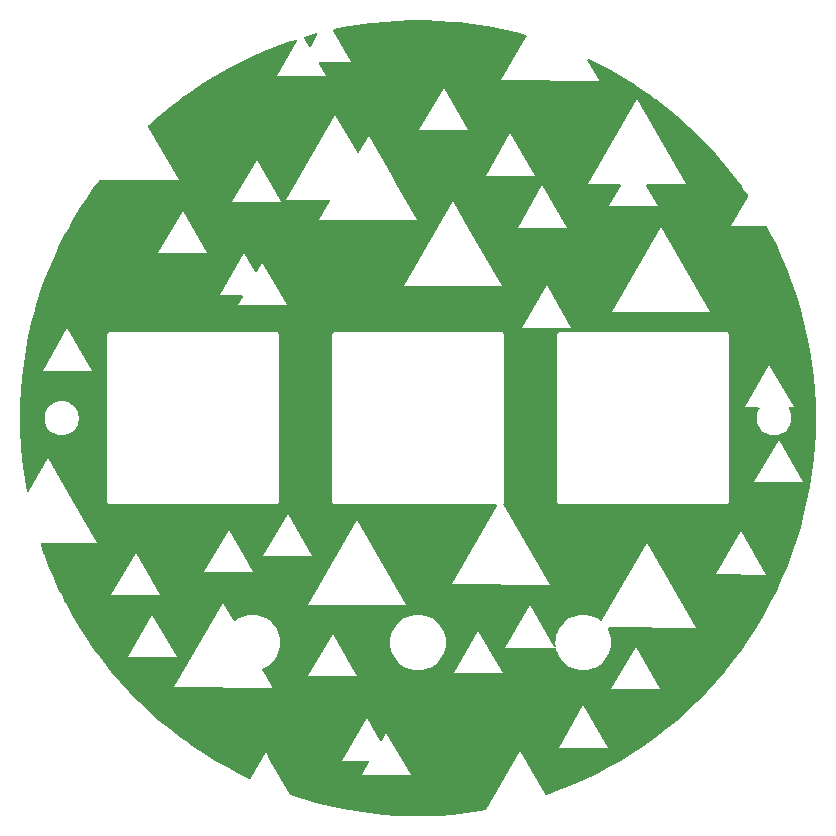
<source format=gbr>
%TF.GenerationSoftware,KiCad,Pcbnew,7.0.5*%
%TF.CreationDate,2024-03-24T10:35:58-05:00*%
%TF.ProjectId,plate,706c6174-652e-46b6-9963-61645f706362,REV1*%
%TF.SameCoordinates,Original*%
%TF.FileFunction,Copper,L1,Top*%
%TF.FilePolarity,Positive*%
%FSLAX46Y46*%
G04 Gerber Fmt 4.6, Leading zero omitted, Abs format (unit mm)*
G04 Created by KiCad (PCBNEW 7.0.5) date 2024-03-24 10:35:58*
%MOMM*%
%LPD*%
G01*
G04 APERTURE LIST*
G04 APERTURE END LIST*
%TA.AperFunction,Conductor*%
%TO.N,GND*%
G36*
X582500Y33694452D02*
G01*
X1743512Y33654354D01*
X1745179Y33654267D01*
X2904088Y33574121D01*
X2905714Y33573981D01*
X3573560Y33504565D01*
X4061176Y33453881D01*
X4062872Y33453675D01*
X4695043Y33365818D01*
X5213475Y33293768D01*
X5215101Y33293514D01*
X6359531Y33093983D01*
X6361199Y33093662D01*
X7498021Y32854756D01*
X7499644Y32854386D01*
X8627592Y32576372D01*
X8629201Y32575945D01*
X9123077Y32435968D01*
X9173905Y32401911D01*
X9195009Y32344480D01*
X9181709Y32291035D01*
X7040000Y28600001D01*
X7040000Y28600000D01*
X15332206Y28582010D01*
X15332205Y28582011D01*
X15321870Y28600001D01*
X14353872Y30285055D01*
X14341281Y30344931D01*
X14366289Y30400772D01*
X14419343Y30431250D01*
X14480179Y30424722D01*
X14482649Y30423575D01*
X15142795Y30105665D01*
X15144301Y30104908D01*
X16172893Y29565061D01*
X16174392Y29564241D01*
X17183734Y28989215D01*
X17185204Y28988344D01*
X17844443Y28582010D01*
X18174083Y28378831D01*
X18175522Y28377909D01*
X18654209Y28059553D01*
X19142804Y27734606D01*
X19144167Y27733666D01*
X19575549Y27424777D01*
X20088683Y27057349D01*
X20090055Y27056330D01*
X20168371Y26996057D01*
X21010638Y26347835D01*
X21011893Y26346836D01*
X21825146Y25675000D01*
X21907508Y25606960D01*
X21908807Y25605849D01*
X22778332Y24835517D01*
X22779581Y24834371D01*
X22937676Y24684258D01*
X23621972Y24034511D01*
X23623191Y24033313D01*
X24437492Y23204834D01*
X24438635Y23203631D01*
X25223867Y22347525D01*
X25224981Y22346267D01*
X25980192Y21463572D01*
X25981255Y21462287D01*
X26705527Y20554078D01*
X26706569Y20552724D01*
X27399086Y19620025D01*
X27400061Y19618664D01*
X27561633Y19384587D01*
X27926007Y18856699D01*
X27943503Y18798069D01*
X27930161Y18750775D01*
X26481319Y16253832D01*
X26481319Y16253831D01*
X29460140Y16247369D01*
X29518289Y16228335D01*
X29546778Y16195883D01*
X29839016Y15661685D01*
X29839810Y15660172D01*
X30361813Y14622434D01*
X30362555Y14620895D01*
X30848432Y13565746D01*
X30849120Y13564182D01*
X31298288Y12492896D01*
X31298922Y12491309D01*
X31710852Y11405137D01*
X31711430Y11403529D01*
X32085612Y10303823D01*
X32086135Y10302196D01*
X32422142Y9190211D01*
X32422608Y9188567D01*
X32720034Y8065650D01*
X32720443Y8063991D01*
X32978932Y6931470D01*
X32979283Y6929798D01*
X33198529Y5789033D01*
X33198823Y5787349D01*
X33378565Y4639688D01*
X33378800Y4637995D01*
X33518816Y3484856D01*
X33518993Y3483156D01*
X33619130Y2325796D01*
X33619248Y2324091D01*
X33673362Y1280047D01*
X33679376Y1164033D01*
X33679434Y1162342D01*
X33686008Y781535D01*
X33699485Y854D01*
X33699485Y-852D01*
X33685758Y-796067D01*
X33679435Y-1162324D01*
X33679376Y-1164013D01*
X33665299Y-1435620D01*
X33619248Y-2324090D01*
X33619130Y-2325795D01*
X33518993Y-3483155D01*
X33518816Y-3484855D01*
X33378800Y-4637994D01*
X33378565Y-4639687D01*
X33198823Y-5787348D01*
X33198529Y-5789032D01*
X32979283Y-6929797D01*
X32978932Y-6931469D01*
X32720443Y-8063990D01*
X32720034Y-8065649D01*
X32422608Y-9188566D01*
X32422142Y-9190210D01*
X32086135Y-10302195D01*
X32085612Y-10303822D01*
X31711430Y-11403528D01*
X31710852Y-11405136D01*
X31298922Y-12491308D01*
X31298288Y-12492895D01*
X30849120Y-13564181D01*
X30848432Y-13565745D01*
X30362555Y-14620894D01*
X30361813Y-14622433D01*
X29839810Y-15660171D01*
X29839016Y-15661684D01*
X29281493Y-16680810D01*
X29280647Y-16682295D01*
X28688304Y-17681530D01*
X28687407Y-17682985D01*
X28060890Y-18661235D01*
X28059944Y-18662658D01*
X27400081Y-19618635D01*
X27399086Y-19620024D01*
X26706569Y-20552723D01*
X26705527Y-20554077D01*
X26454562Y-20868778D01*
X26070403Y-21350499D01*
X25981281Y-21462254D01*
X25980192Y-21463571D01*
X25224981Y-22346266D01*
X25223848Y-22347545D01*
X24438669Y-23203594D01*
X24437492Y-23204833D01*
X23623191Y-24033312D01*
X23621972Y-24034510D01*
X22779591Y-24834361D01*
X22778332Y-24835516D01*
X21908807Y-25605848D01*
X21907508Y-25606959D01*
X21605439Y-25856502D01*
X21011927Y-26346807D01*
X21010620Y-26347849D01*
X20090055Y-27056329D01*
X20088683Y-27057348D01*
X19144193Y-27733647D01*
X19142786Y-27734618D01*
X18175522Y-28377908D01*
X18174083Y-28378830D01*
X17185204Y-28988343D01*
X17183734Y-28989214D01*
X16174392Y-29564240D01*
X16172893Y-29565060D01*
X15144309Y-30104903D01*
X15142782Y-30105671D01*
X14096178Y-30609689D01*
X14094625Y-30610403D01*
X13031269Y-31077987D01*
X13029693Y-31078648D01*
X11950808Y-31509260D01*
X11949210Y-31509866D01*
X10889593Y-31890939D01*
X10828437Y-31892840D01*
X10777844Y-31858431D01*
X10770252Y-31847103D01*
X8650883Y-28157788D01*
X8650882Y-28157788D01*
X5745357Y-33165184D01*
X5699799Y-33206026D01*
X5676732Y-33213027D01*
X5215150Y-33293505D01*
X5213461Y-33293769D01*
X4062872Y-33453674D01*
X4061176Y-33453880D01*
X2905742Y-33573977D01*
X2904040Y-33574124D01*
X1745187Y-33654265D01*
X1743480Y-33654354D01*
X1206559Y-33672898D01*
X582500Y-33694451D01*
X580820Y-33694480D01*
X-580820Y-33694480D01*
X-582501Y-33694451D01*
X-1230885Y-33672058D01*
X-1743481Y-33654354D01*
X-1745188Y-33654265D01*
X-2904041Y-33574124D01*
X-2905743Y-33573977D01*
X-4061177Y-33453880D01*
X-4062873Y-33453674D01*
X-5213462Y-33293769D01*
X-5215150Y-33293505D01*
X-6359522Y-33093984D01*
X-6361200Y-33093661D01*
X-7498022Y-32854755D01*
X-7499688Y-32854375D01*
X-8627557Y-32576380D01*
X-8629209Y-32575942D01*
X-9746820Y-32259181D01*
X-9748456Y-32258687D01*
X-10763340Y-31932801D01*
X-10812964Y-31897008D01*
X-10818909Y-31887867D01*
X-12483044Y-28991005D01*
X-6426103Y-28991005D01*
X-4223960Y-28995782D01*
X-4165811Y-29014816D01*
X-4129954Y-29064394D01*
X-4130087Y-29125579D01*
X-4138546Y-29144468D01*
X-4766103Y-30226004D01*
X-4766103Y-30226005D01*
X-620000Y-30235000D01*
X-1960790Y-27901005D01*
X11933897Y-27901005D01*
X16080000Y-27910000D01*
X14014738Y-24314872D01*
X14014737Y-24314872D01*
X11933897Y-27901004D01*
X11933897Y-27901005D01*
X-1960790Y-27901005D01*
X-2685262Y-26639872D01*
X-2685263Y-26639872D01*
X-3076856Y-27314744D01*
X-3122415Y-27355586D01*
X-3183278Y-27361850D01*
X-3236200Y-27331142D01*
X-3248326Y-27314376D01*
X-4345262Y-25404872D01*
X-4345263Y-25404872D01*
X-6426103Y-28991004D01*
X-6426103Y-28991005D01*
X-12483044Y-28991005D01*
X-12880000Y-28300000D01*
X-12880001Y-28300000D01*
X-14147104Y-30483731D01*
X-14192662Y-30524573D01*
X-14253526Y-30530837D01*
X-14275687Y-30523241D01*
X-15142783Y-30105671D01*
X-15144310Y-30104903D01*
X-16172894Y-29565060D01*
X-16174393Y-29564240D01*
X-17183735Y-28989214D01*
X-17185205Y-28988343D01*
X-18174084Y-28378830D01*
X-18175523Y-28377908D01*
X-19142787Y-27734618D01*
X-19144180Y-27733656D01*
X-19672178Y-27355586D01*
X-20088684Y-27057348D01*
X-20090056Y-27056329D01*
X-21010621Y-26347849D01*
X-21011901Y-26346830D01*
X-21907516Y-25606953D01*
X-21908808Y-25605848D01*
X-22778333Y-24835516D01*
X-22779592Y-24834361D01*
X-23621973Y-24034510D01*
X-23623192Y-24033312D01*
X-24437493Y-23204833D01*
X-24438635Y-23203631D01*
X-24665643Y-22956133D01*
X16379159Y-22956133D01*
X20525262Y-22965128D01*
X18460000Y-19370000D01*
X18459999Y-19370000D01*
X16379159Y-22956132D01*
X16379159Y-22956133D01*
X-24665643Y-22956133D01*
X-24807007Y-22802010D01*
X-20632206Y-22802010D01*
X-12340000Y-22820000D01*
X-12340001Y-22819999D01*
X-12350336Y-22802009D01*
X-12895318Y-21853326D01*
X-9295419Y-21853326D01*
X-5149316Y-21862321D01*
X-5296486Y-21606133D01*
X3019159Y-21606133D01*
X7165262Y-21615128D01*
X5907769Y-19426133D01*
X7389159Y-19426133D01*
X11535262Y-19435128D01*
X11535261Y-19435127D01*
X11550298Y-19435160D01*
X11564476Y-19422450D01*
X11625340Y-19416185D01*
X11678262Y-19446891D01*
X11701647Y-19493663D01*
X11724721Y-19609665D01*
X11823764Y-19901433D01*
X11960039Y-20177770D01*
X12131215Y-20433953D01*
X12131222Y-20433964D01*
X12334380Y-20665620D01*
X12566036Y-20868778D01*
X12822229Y-21039960D01*
X13098566Y-21176235D01*
X13098568Y-21176235D01*
X13098573Y-21176238D01*
X13280575Y-21238019D01*
X13390334Y-21275278D01*
X13390336Y-21275278D01*
X13390341Y-21275280D01*
X13692540Y-21335391D01*
X13923059Y-21350500D01*
X14076941Y-21350500D01*
X14307460Y-21335391D01*
X14609659Y-21275280D01*
X14901427Y-21176238D01*
X15177771Y-21039960D01*
X15433964Y-20868778D01*
X15665620Y-20665620D01*
X15868778Y-20433964D01*
X16039960Y-20177772D01*
X16176238Y-19901427D01*
X16275280Y-19609659D01*
X16335391Y-19307460D01*
X16355543Y-19000000D01*
X16335391Y-18692540D01*
X16275280Y-18390341D01*
X16176238Y-18098573D01*
X16061298Y-17865498D01*
X16052518Y-17804946D01*
X16081007Y-17750797D01*
X16135882Y-17723736D01*
X16150299Y-17722711D01*
X23525192Y-17738712D01*
X20935508Y-13230691D01*
X25232688Y-13230691D01*
X29511236Y-13239973D01*
X27380000Y-9530000D01*
X27379999Y-9530000D01*
X25232688Y-13230690D01*
X25232688Y-13230691D01*
X20935508Y-13230691D01*
X19394668Y-10548458D01*
X19394667Y-10548458D01*
X15587870Y-17109108D01*
X15542312Y-17149950D01*
X15481448Y-17156214D01*
X15436966Y-17133854D01*
X15433973Y-17131229D01*
X15433963Y-17131221D01*
X15177770Y-16960039D01*
X14901433Y-16823764D01*
X14609665Y-16724721D01*
X14307457Y-16664608D01*
X14076941Y-16649500D01*
X13923059Y-16649500D01*
X13692542Y-16664608D01*
X13390334Y-16724721D01*
X13098566Y-16823764D01*
X12822229Y-16960039D01*
X12566036Y-17131221D01*
X12566035Y-17131223D01*
X12334382Y-17334378D01*
X12334378Y-17334382D01*
X12131223Y-17566035D01*
X12131214Y-17566046D01*
X11960044Y-17822220D01*
X11960040Y-17822226D01*
X11823764Y-18098566D01*
X11724721Y-18390334D01*
X11664608Y-18692542D01*
X11644457Y-18999999D01*
X11644457Y-19000000D01*
X11662806Y-19279964D01*
X11647745Y-19339267D01*
X11600703Y-19378391D01*
X11539649Y-19382393D01*
X11487902Y-19349743D01*
X11478179Y-19335760D01*
X9470000Y-15840000D01*
X9469999Y-15840000D01*
X7389159Y-19426132D01*
X7389159Y-19426133D01*
X5907769Y-19426133D01*
X5100000Y-18020000D01*
X5099999Y-18020000D01*
X3019159Y-21606132D01*
X3019159Y-21606133D01*
X-5296486Y-21606133D01*
X-6793609Y-19000000D01*
X-2355543Y-19000000D01*
X-2335392Y-19307457D01*
X-2275279Y-19609665D01*
X-2176236Y-19901433D01*
X-2039961Y-20177770D01*
X-1868785Y-20433953D01*
X-1868778Y-20433964D01*
X-1665620Y-20665620D01*
X-1433964Y-20868778D01*
X-1177771Y-21039960D01*
X-901434Y-21176235D01*
X-901432Y-21176235D01*
X-901427Y-21176238D01*
X-719425Y-21238019D01*
X-609666Y-21275278D01*
X-609664Y-21275278D01*
X-609659Y-21275280D01*
X-307460Y-21335391D01*
X-76941Y-21350500D01*
X76941Y-21350500D01*
X307460Y-21335391D01*
X609659Y-21275280D01*
X901427Y-21176238D01*
X1177771Y-21039960D01*
X1433964Y-20868778D01*
X1665620Y-20665620D01*
X1868778Y-20433964D01*
X2039960Y-20177772D01*
X2176238Y-19901427D01*
X2275280Y-19609659D01*
X2335391Y-19307460D01*
X2355543Y-19000000D01*
X2335391Y-18692540D01*
X2275280Y-18390341D01*
X2176238Y-18098573D01*
X2039960Y-17822229D01*
X1868778Y-17566036D01*
X1665620Y-17334380D01*
X1433964Y-17131222D01*
X1428954Y-17127874D01*
X1177770Y-16960039D01*
X901433Y-16823764D01*
X609665Y-16724721D01*
X307457Y-16664608D01*
X76941Y-16649500D01*
X-76941Y-16649500D01*
X-307458Y-16664608D01*
X-609666Y-16724721D01*
X-901434Y-16823764D01*
X-1177771Y-16960039D01*
X-1433964Y-17131221D01*
X-1433965Y-17131223D01*
X-1665618Y-17334378D01*
X-1665622Y-17334382D01*
X-1868777Y-17566035D01*
X-1868786Y-17566046D01*
X-2039956Y-17822220D01*
X-2039960Y-17822226D01*
X-2176236Y-18098566D01*
X-2275279Y-18390334D01*
X-2335392Y-18692542D01*
X-2355543Y-18999999D01*
X-2355543Y-19000000D01*
X-6793609Y-19000000D01*
X-7214578Y-18267193D01*
X-7214579Y-18267193D01*
X-9295419Y-21853325D01*
X-9295419Y-21853326D01*
X-12895318Y-21853326D01*
X-13194020Y-21333357D01*
X-13206610Y-21273482D01*
X-13181602Y-21217641D01*
X-13140001Y-21190300D01*
X-13098573Y-21176238D01*
X-12822229Y-21039960D01*
X-12566036Y-20868778D01*
X-12334380Y-20665620D01*
X-12131222Y-20433964D01*
X-11960040Y-20177772D01*
X-11823762Y-19901427D01*
X-11724720Y-19609659D01*
X-11664609Y-19307460D01*
X-11644457Y-19000000D01*
X-11664609Y-18692540D01*
X-11724720Y-18390341D01*
X-11823762Y-18098573D01*
X-11960040Y-17822229D01*
X-12131222Y-17566036D01*
X-12334380Y-17334380D01*
X-12566036Y-17131222D01*
X-12571046Y-17127874D01*
X-12822230Y-16960039D01*
X-13098567Y-16823764D01*
X-13390335Y-16724721D01*
X-13692543Y-16664608D01*
X-13923059Y-16649500D01*
X-14076941Y-16649500D01*
X-14307458Y-16664608D01*
X-14609666Y-16724721D01*
X-14901434Y-16823764D01*
X-15177771Y-16960039D01*
X-15433965Y-17131222D01*
X-15458788Y-17152992D01*
X-15515005Y-17177145D01*
X-15574681Y-17163641D01*
X-15609907Y-17127874D01*
X-15706322Y-16960039D01*
X-16383054Y-15782010D01*
X-9292206Y-15782010D01*
X-1000000Y-15800000D01*
X-5130524Y-8609746D01*
X-5130525Y-8609746D01*
X-9292206Y-15782009D01*
X-9292206Y-15782010D01*
X-16383054Y-15782010D01*
X-16470524Y-15629746D01*
X-16470525Y-15629746D01*
X-20632206Y-22802009D01*
X-20632206Y-22802010D01*
X-24807007Y-22802010D01*
X-25223871Y-22347520D01*
X-25224982Y-22346266D01*
X-25980193Y-21463571D01*
X-25981251Y-21462292D01*
X-26705542Y-20554060D01*
X-26706570Y-20552723D01*
X-26946727Y-20229273D01*
X-24572663Y-20229273D01*
X-20426560Y-20238268D01*
X-22491822Y-16643140D01*
X-22491823Y-16643140D01*
X-24572663Y-20229272D01*
X-24572663Y-20229273D01*
X-26946727Y-20229273D01*
X-27399087Y-19620024D01*
X-27400055Y-19618674D01*
X-28059963Y-18662631D01*
X-28060891Y-18661235D01*
X-28661309Y-17723736D01*
X-28687412Y-17682978D01*
X-28688280Y-17681571D01*
X-29280654Y-16682285D01*
X-29281494Y-16680810D01*
X-29839017Y-15661684D01*
X-29839811Y-15660171D01*
X-30176414Y-14991005D01*
X-25946103Y-14991005D01*
X-21800000Y-15000000D01*
X-22913878Y-13061005D01*
X-18086103Y-13061005D01*
X-13940000Y-13070000D01*
X-14743669Y-11671005D01*
X-13116103Y-11671005D01*
X-8970000Y-11680000D01*
X-11035262Y-8084872D01*
X-11035263Y-8084872D01*
X-13116103Y-11671004D01*
X-13116103Y-11671005D01*
X-14743669Y-11671005D01*
X-16005262Y-9474872D01*
X-16005263Y-9474872D01*
X-18086103Y-13061004D01*
X-18086103Y-13061005D01*
X-22913878Y-13061005D01*
X-23865262Y-11404872D01*
X-23865263Y-11404872D01*
X-25946103Y-14991004D01*
X-25946103Y-14991005D01*
X-30176414Y-14991005D01*
X-30176415Y-14991004D01*
X-30361822Y-14622417D01*
X-30362535Y-14620938D01*
X-30637212Y-14024442D01*
X-30848433Y-13565745D01*
X-30849121Y-13564181D01*
X-31298289Y-12492895D01*
X-31298923Y-12491308D01*
X-31610023Y-11671004D01*
X-31710860Y-11405119D01*
X-31711420Y-11403560D01*
X-31943734Y-10720800D01*
X-31944578Y-10659621D01*
X-31909301Y-10609629D01*
X-31851377Y-10589920D01*
X-31849879Y-10589911D01*
X-27200000Y-10600000D01*
X-29284265Y-6971794D01*
X-26354401Y-6971794D01*
X-26350711Y-7011615D01*
X-26350500Y-7016184D01*
X-26350500Y-7027845D01*
X-26348359Y-7039305D01*
X-26347728Y-7043831D01*
X-26344036Y-7083656D01*
X-26344035Y-7083661D01*
X-26343833Y-7084066D01*
X-26335145Y-7109987D01*
X-26335063Y-7110428D01*
X-26335060Y-7110436D01*
X-26314010Y-7144433D01*
X-26311787Y-7148424D01*
X-26293958Y-7184228D01*
X-26293631Y-7184526D01*
X-26276158Y-7205567D01*
X-26275921Y-7205950D01*
X-26275919Y-7205952D01*
X-26244005Y-7230052D01*
X-26240491Y-7232970D01*
X-26210933Y-7259916D01*
X-26210517Y-7260077D01*
X-26186623Y-7273385D01*
X-26186264Y-7273656D01*
X-26147800Y-7284599D01*
X-26143482Y-7286046D01*
X-26106173Y-7300500D01*
X-26105727Y-7300500D01*
X-26078636Y-7304279D01*
X-26078207Y-7304401D01*
X-26038386Y-7300711D01*
X-26033816Y-7300500D01*
X-12105727Y-7300500D01*
X-12078636Y-7304279D01*
X-12078207Y-7304401D01*
X-12038386Y-7300711D01*
X-12033816Y-7300500D01*
X-12022156Y-7300500D01*
X-12010685Y-7298355D01*
X-12006181Y-7297726D01*
X-11966340Y-7294035D01*
X-11965946Y-7293838D01*
X-11940000Y-7285141D01*
X-11939567Y-7285061D01*
X-11905566Y-7264008D01*
X-11901590Y-7261792D01*
X-11865772Y-7243958D01*
X-11865481Y-7243638D01*
X-11844424Y-7226151D01*
X-11844048Y-7225919D01*
X-11819951Y-7194007D01*
X-11817027Y-7190487D01*
X-11803545Y-7175698D01*
X-11790084Y-7160933D01*
X-11789924Y-7160521D01*
X-11776605Y-7136609D01*
X-11776344Y-7136264D01*
X-11765395Y-7097778D01*
X-11763957Y-7093487D01*
X-11749500Y-7056173D01*
X-11749500Y-7055726D01*
X-11745721Y-7028635D01*
X-11745599Y-7028207D01*
X-11749289Y-6988384D01*
X-11749500Y-6983815D01*
X-11749500Y-6971794D01*
X-7304401Y-6971794D01*
X-7300711Y-7011615D01*
X-7300500Y-7016184D01*
X-7300500Y-7027845D01*
X-7298359Y-7039305D01*
X-7297728Y-7043831D01*
X-7294036Y-7083656D01*
X-7294035Y-7083661D01*
X-7293833Y-7084066D01*
X-7285145Y-7109987D01*
X-7285063Y-7110428D01*
X-7285060Y-7110436D01*
X-7264010Y-7144433D01*
X-7261787Y-7148424D01*
X-7243958Y-7184228D01*
X-7243631Y-7184526D01*
X-7226158Y-7205567D01*
X-7225921Y-7205950D01*
X-7225919Y-7205952D01*
X-7194005Y-7230052D01*
X-7190491Y-7232970D01*
X-7160933Y-7259916D01*
X-7160517Y-7260077D01*
X-7136623Y-7273385D01*
X-7136264Y-7273656D01*
X-7097800Y-7284599D01*
X-7093482Y-7286046D01*
X-7056173Y-7300500D01*
X-7055727Y-7300500D01*
X-7028636Y-7304279D01*
X-7028207Y-7304401D01*
X-6988386Y-7300711D01*
X-6983816Y-7300500D01*
X6614129Y-7300500D01*
X6672320Y-7319407D01*
X6708284Y-7368907D01*
X6708284Y-7430093D01*
X6699758Y-7449186D01*
X2851877Y-14080643D01*
X2851877Y-14080644D01*
X11144083Y-14098634D01*
X7233767Y-7291710D01*
X7221177Y-7231836D01*
X7246185Y-7175995D01*
X7246269Y-7175901D01*
X7259916Y-7160933D01*
X7260076Y-7160521D01*
X7273395Y-7136609D01*
X7273656Y-7136264D01*
X7284605Y-7097778D01*
X7286043Y-7093487D01*
X7300500Y-7056173D01*
X7300500Y-7055726D01*
X7304279Y-7028635D01*
X7304401Y-7028207D01*
X7300711Y-6988384D01*
X7300500Y-6983815D01*
X7300500Y-6971794D01*
X11745599Y-6971794D01*
X11749289Y-7011615D01*
X11749500Y-7016184D01*
X11749500Y-7027845D01*
X11751641Y-7039305D01*
X11752272Y-7043831D01*
X11755964Y-7083656D01*
X11755965Y-7083661D01*
X11756167Y-7084066D01*
X11764855Y-7109987D01*
X11764937Y-7110428D01*
X11764940Y-7110436D01*
X11785990Y-7144433D01*
X11788213Y-7148424D01*
X11806042Y-7184228D01*
X11806369Y-7184526D01*
X11823842Y-7205567D01*
X11824079Y-7205950D01*
X11824081Y-7205952D01*
X11855995Y-7230052D01*
X11859509Y-7232970D01*
X11889067Y-7259916D01*
X11889483Y-7260077D01*
X11913377Y-7273385D01*
X11913736Y-7273656D01*
X11952200Y-7284599D01*
X11956518Y-7286046D01*
X11993827Y-7300500D01*
X11994273Y-7300500D01*
X12021364Y-7304279D01*
X12021793Y-7304401D01*
X12061614Y-7300711D01*
X12066184Y-7300500D01*
X25994273Y-7300500D01*
X26021364Y-7304279D01*
X26021793Y-7304401D01*
X26061614Y-7300711D01*
X26066184Y-7300500D01*
X26077844Y-7300500D01*
X26089315Y-7298355D01*
X26093819Y-7297726D01*
X26133660Y-7294035D01*
X26134054Y-7293838D01*
X26160000Y-7285141D01*
X26160433Y-7285061D01*
X26194434Y-7264008D01*
X26198410Y-7261792D01*
X26234228Y-7243958D01*
X26234519Y-7243638D01*
X26255576Y-7226151D01*
X26255952Y-7225919D01*
X26280049Y-7194007D01*
X26282973Y-7190487D01*
X26296455Y-7175698D01*
X26309916Y-7160933D01*
X26310076Y-7160521D01*
X26323395Y-7136609D01*
X26323656Y-7136264D01*
X26334605Y-7097778D01*
X26336043Y-7093487D01*
X26350500Y-7056173D01*
X26350500Y-7055726D01*
X26354279Y-7028635D01*
X26354401Y-7028207D01*
X26350711Y-6988384D01*
X26350500Y-6983815D01*
X26350500Y-5431005D01*
X28483897Y-5431005D01*
X32630000Y-5440000D01*
X30564738Y-1844872D01*
X30564737Y-1844872D01*
X28483897Y-5431004D01*
X28483897Y-5431005D01*
X26350500Y-5431005D01*
X26350500Y-120192D01*
X26350500Y913867D01*
X27659159Y913867D01*
X28827978Y911332D01*
X28886126Y892298D01*
X28921983Y842720D01*
X28921850Y781535D01*
X28914830Y765213D01*
X28817119Y584660D01*
X28739065Y357294D01*
X28699500Y120193D01*
X28699500Y-120192D01*
X28739065Y-357293D01*
X28817119Y-584659D01*
X28931527Y-796067D01*
X28931528Y-796067D01*
X29079175Y-985764D01*
X29256031Y-1148571D01*
X29256033Y-1148572D01*
X29256035Y-1148574D01*
X29457267Y-1280046D01*
X29457272Y-1280049D01*
X29677409Y-1376610D01*
X29910437Y-1435620D01*
X30090010Y-1450500D01*
X30209982Y-1450500D01*
X30209990Y-1450500D01*
X30389563Y-1435620D01*
X30622591Y-1376610D01*
X30842728Y-1280049D01*
X31043969Y-1148571D01*
X31220825Y-985764D01*
X31368472Y-796067D01*
X31482882Y-584656D01*
X31560934Y-357297D01*
X31600500Y-120192D01*
X31600500Y120192D01*
X31560934Y357297D01*
X31482882Y584656D01*
X31388276Y759472D01*
X31377210Y819645D01*
X31403627Y874834D01*
X31457437Y903955D01*
X31475557Y905588D01*
X31805262Y904872D01*
X29740000Y4500000D01*
X29739999Y4500000D01*
X27659159Y913868D01*
X27659159Y913867D01*
X26350500Y913867D01*
X26350500Y6944282D01*
X26354281Y6971371D01*
X26354401Y6971793D01*
X26350711Y7011616D01*
X26350500Y7016185D01*
X26350500Y7027843D01*
X26350432Y7028207D01*
X26348354Y7039322D01*
X26347727Y7043815D01*
X26344035Y7083660D01*
X26343837Y7084057D01*
X26335140Y7110008D01*
X26335060Y7110436D01*
X26318843Y7136626D01*
X26314006Y7144438D01*
X26311785Y7148425D01*
X26293958Y7184229D01*
X26293956Y7184231D01*
X26293628Y7184530D01*
X26276154Y7205573D01*
X26275919Y7205952D01*
X26243994Y7230060D01*
X26240489Y7232972D01*
X26210932Y7259917D01*
X26210930Y7259918D01*
X26210509Y7260081D01*
X26186622Y7273386D01*
X26186266Y7273655D01*
X26186261Y7273657D01*
X26147800Y7284601D01*
X26143464Y7286054D01*
X26106175Y7300500D01*
X26106173Y7300500D01*
X26105727Y7300500D01*
X26078636Y7304279D01*
X26078207Y7304401D01*
X26038385Y7300711D01*
X26033816Y7300500D01*
X12105727Y7300500D01*
X12078636Y7304279D01*
X12078207Y7304401D01*
X12038385Y7300711D01*
X12033816Y7300500D01*
X12022156Y7300500D01*
X12010696Y7298359D01*
X12006170Y7297728D01*
X11966344Y7294036D01*
X11966334Y7294034D01*
X11965929Y7293831D01*
X11940012Y7285145D01*
X11939570Y7285063D01*
X11939568Y7285062D01*
X11905573Y7264014D01*
X11901580Y7261789D01*
X11865769Y7243957D01*
X11865465Y7243622D01*
X11844435Y7226160D01*
X11844053Y7225924D01*
X11844047Y7225919D01*
X11819944Y7194002D01*
X11817023Y7190484D01*
X11790085Y7160936D01*
X11790081Y7160930D01*
X11789918Y7160507D01*
X11776616Y7136626D01*
X11776348Y7136272D01*
X11776344Y7136264D01*
X11765398Y7097798D01*
X11763945Y7093464D01*
X11749500Y7056175D01*
X11749500Y7055728D01*
X11745722Y7028639D01*
X11745599Y7028210D01*
X11745599Y7028206D01*
X11749289Y6988385D01*
X11749500Y6983816D01*
X11749499Y-6944272D01*
X11745724Y-6971351D01*
X11745600Y-6971786D01*
X11745599Y-6971794D01*
X7300500Y-6971794D01*
X7300500Y6944274D01*
X7304279Y6971365D01*
X7304401Y6971793D01*
X7300711Y7011616D01*
X7300500Y7016185D01*
X7300500Y7027843D01*
X7300432Y7028207D01*
X7298354Y7039322D01*
X7297727Y7043815D01*
X7294035Y7083660D01*
X7293837Y7084057D01*
X7285140Y7110008D01*
X7285060Y7110436D01*
X7268843Y7136626D01*
X7264006Y7144438D01*
X7261785Y7148425D01*
X7243958Y7184229D01*
X7243956Y7184231D01*
X7243628Y7184530D01*
X7226154Y7205573D01*
X7225919Y7205952D01*
X7193994Y7230060D01*
X7190489Y7232972D01*
X7160932Y7259917D01*
X7160930Y7259918D01*
X7160509Y7260081D01*
X7136622Y7273386D01*
X7136266Y7273655D01*
X7136261Y7273657D01*
X7097800Y7284601D01*
X7093464Y7286054D01*
X7056175Y7300500D01*
X7056173Y7300500D01*
X7055727Y7300500D01*
X7028636Y7304279D01*
X7028207Y7304401D01*
X6988385Y7300711D01*
X6983816Y7300500D01*
X-6944273Y7300500D01*
X-6971364Y7304279D01*
X-6971793Y7304401D01*
X-7011615Y7300711D01*
X-7016184Y7300500D01*
X-7027844Y7300500D01*
X-7039304Y7298359D01*
X-7043830Y7297728D01*
X-7083656Y7294036D01*
X-7083666Y7294034D01*
X-7084071Y7293831D01*
X-7109988Y7285145D01*
X-7110430Y7285063D01*
X-7110432Y7285062D01*
X-7144427Y7264014D01*
X-7148420Y7261789D01*
X-7184231Y7243957D01*
X-7184535Y7243622D01*
X-7205565Y7226160D01*
X-7205947Y7225924D01*
X-7205953Y7225919D01*
X-7230056Y7194002D01*
X-7232977Y7190484D01*
X-7259915Y7160936D01*
X-7259919Y7160930D01*
X-7260082Y7160507D01*
X-7273384Y7136626D01*
X-7273652Y7136272D01*
X-7273656Y7136264D01*
X-7284602Y7097798D01*
X-7286055Y7093464D01*
X-7300500Y7056175D01*
X-7300500Y7055728D01*
X-7304278Y7028639D01*
X-7304401Y7028210D01*
X-7304401Y7028206D01*
X-7300711Y6988385D01*
X-7300500Y6983816D01*
X-7300500Y-6944272D01*
X-7304278Y-6971361D01*
X-7304401Y-6971790D01*
X-7304401Y-6971794D01*
X-11749500Y-6971794D01*
X-11749500Y6944274D01*
X-11745721Y6971365D01*
X-11745599Y6971793D01*
X-11749289Y7011616D01*
X-11749500Y7016185D01*
X-11749500Y7027843D01*
X-11749568Y7028207D01*
X-11751646Y7039322D01*
X-11752273Y7043815D01*
X-11755965Y7083660D01*
X-11756163Y7084057D01*
X-11764860Y7110008D01*
X-11764940Y7110436D01*
X-11781157Y7136626D01*
X-11785994Y7144438D01*
X-11788215Y7148425D01*
X-11806042Y7184229D01*
X-11806044Y7184231D01*
X-11806372Y7184530D01*
X-11823846Y7205573D01*
X-11824081Y7205952D01*
X-11856006Y7230060D01*
X-11859511Y7232972D01*
X-11889068Y7259917D01*
X-11889070Y7259918D01*
X-11889491Y7260081D01*
X-11913378Y7273386D01*
X-11913734Y7273655D01*
X-11913739Y7273657D01*
X-11952200Y7284601D01*
X-11956536Y7286054D01*
X-11993825Y7300500D01*
X-11993827Y7300500D01*
X-11994273Y7300500D01*
X-12021364Y7304279D01*
X-12021793Y7304401D01*
X-12061615Y7300711D01*
X-12066184Y7300500D01*
X-25994273Y7300500D01*
X-26021364Y7304279D01*
X-26021793Y7304401D01*
X-26061615Y7300711D01*
X-26066184Y7300500D01*
X-26077844Y7300500D01*
X-26089304Y7298359D01*
X-26093830Y7297728D01*
X-26133656Y7294036D01*
X-26133666Y7294034D01*
X-26134071Y7293831D01*
X-26159988Y7285145D01*
X-26160430Y7285063D01*
X-26160432Y7285062D01*
X-26194427Y7264014D01*
X-26198420Y7261789D01*
X-26234231Y7243957D01*
X-26234535Y7243622D01*
X-26255565Y7226160D01*
X-26255947Y7225924D01*
X-26255953Y7225919D01*
X-26280056Y7194002D01*
X-26282977Y7190484D01*
X-26309915Y7160936D01*
X-26309919Y7160930D01*
X-26310082Y7160507D01*
X-26323384Y7136626D01*
X-26323652Y7136272D01*
X-26323656Y7136264D01*
X-26334602Y7097798D01*
X-26336055Y7093464D01*
X-26350500Y7056175D01*
X-26350500Y7055728D01*
X-26354278Y7028639D01*
X-26354401Y7028210D01*
X-26354401Y7028206D01*
X-26350711Y6988385D01*
X-26350500Y6983816D01*
X-26350500Y-6944272D01*
X-26354278Y-6971361D01*
X-26354401Y-6971790D01*
X-26354401Y-6971794D01*
X-29284265Y-6971794D01*
X-31330524Y-3409746D01*
X-31330525Y-3409746D01*
X-32944372Y-6191058D01*
X-32989930Y-6231900D01*
X-33050794Y-6238164D01*
X-33103716Y-6207456D01*
X-33127222Y-6160057D01*
X-33198530Y-5789032D01*
X-33198820Y-5787375D01*
X-33378569Y-4639669D01*
X-33378801Y-4637994D01*
X-33515980Y-3508223D01*
X-33518820Y-3484832D01*
X-33518994Y-3483155D01*
X-33619131Y-2325795D01*
X-33619247Y-2324121D01*
X-33679380Y-1163955D01*
X-33679434Y-1162397D01*
X-33697425Y-120192D01*
X-31600500Y-120192D01*
X-31560935Y-357293D01*
X-31482881Y-584659D01*
X-31368472Y-796066D01*
X-31368472Y-796067D01*
X-31220825Y-985764D01*
X-31043969Y-1148571D01*
X-31043967Y-1148572D01*
X-31043965Y-1148574D01*
X-30842733Y-1280046D01*
X-30842728Y-1280049D01*
X-30622591Y-1376610D01*
X-30389563Y-1435620D01*
X-30209990Y-1450500D01*
X-30090018Y-1450500D01*
X-30090010Y-1450500D01*
X-29910437Y-1435620D01*
X-29677409Y-1376610D01*
X-29457272Y-1280049D01*
X-29256031Y-1148571D01*
X-29079175Y-985764D01*
X-28931528Y-796067D01*
X-28817118Y-584656D01*
X-28739066Y-357297D01*
X-28699500Y-120192D01*
X-28699500Y120192D01*
X-28739066Y357297D01*
X-28817118Y584656D01*
X-28931528Y796067D01*
X-29079175Y985764D01*
X-29256031Y1148571D01*
X-29256034Y1148573D01*
X-29256036Y1148575D01*
X-29457268Y1280047D01*
X-29457273Y1280050D01*
X-29560843Y1325480D01*
X-29677409Y1376610D01*
X-29677413Y1376611D01*
X-29677415Y1376612D01*
X-29910439Y1435621D01*
X-30090001Y1450500D01*
X-30090010Y1450500D01*
X-30209990Y1450500D01*
X-30210000Y1450500D01*
X-30389562Y1435621D01*
X-30389563Y1435621D01*
X-30622586Y1376612D01*
X-30842728Y1280050D01*
X-30842733Y1280047D01*
X-31043965Y1148575D01*
X-31220828Y985761D01*
X-31368470Y796071D01*
X-31368472Y796068D01*
X-31482881Y584660D01*
X-31560935Y357294D01*
X-31600500Y120193D01*
X-31600500Y-120192D01*
X-33697425Y-120192D01*
X-33699486Y-810D01*
X-33699486Y811D01*
X-33679434Y1162400D01*
X-33679380Y1163954D01*
X-33619247Y2324126D01*
X-33619131Y2325796D01*
X-33518994Y3483156D01*
X-33518821Y3484827D01*
X-33455798Y4003867D01*
X-31760841Y4003867D01*
X-27614738Y3994872D01*
X-29680000Y7590000D01*
X-29680001Y7590000D01*
X-31760841Y4003868D01*
X-31760841Y4003867D01*
X-33455798Y4003867D01*
X-33378797Y4638029D01*
X-33378566Y4639688D01*
X-33198818Y5787386D01*
X-33198530Y5789033D01*
X-32979284Y6929798D01*
X-32978933Y6931470D01*
X-32812881Y7658995D01*
X8850000Y7658995D01*
X12996103Y7650000D01*
X12220580Y9000000D01*
X16400000Y9000000D01*
X24692206Y8982010D01*
X20561682Y16172264D01*
X20561681Y16172264D01*
X16400000Y9000001D01*
X16400000Y9000000D01*
X12220580Y9000000D01*
X10930841Y11245128D01*
X10930840Y11245128D01*
X8850000Y7658996D01*
X8850000Y7658995D01*
X-32812881Y7658995D01*
X-32720428Y8064059D01*
X-32720054Y8065576D01*
X-32422609Y9188568D01*
X-32422143Y9190211D01*
X-32313426Y9550000D01*
X-32086119Y10302250D01*
X-32085624Y10303790D01*
X-32041321Y10433995D01*
X-16771103Y10433995D01*
X-14912417Y10429963D01*
X-14854268Y10410929D01*
X-14818411Y10361351D01*
X-14818544Y10300166D01*
X-14827003Y10281277D01*
X-15246103Y9558996D01*
X-15246103Y9558995D01*
X-11100000Y9550000D01*
X-12035071Y11177736D01*
X-1186682Y11177736D01*
X7105524Y11159746D01*
X4248083Y16133867D01*
X8439159Y16133867D01*
X12585262Y16124872D01*
X10520000Y19720000D01*
X10519999Y19720000D01*
X8439159Y16133868D01*
X8439159Y16133867D01*
X4248083Y16133867D01*
X2975000Y18350000D01*
X2974999Y18350000D01*
X-1186682Y11177737D01*
X-1186682Y11177736D01*
X-12035071Y11177736D01*
X-13165262Y13145128D01*
X-13165263Y13145128D01*
X-13592939Y12408070D01*
X-13638497Y12367228D01*
X-13699361Y12360964D01*
X-13752283Y12391672D01*
X-13764409Y12408438D01*
X-14690262Y14020128D01*
X-14690263Y14020128D01*
X-16771103Y10433996D01*
X-16771103Y10433995D01*
X-32041321Y10433995D01*
X-31711413Y11403580D01*
X-31710866Y11405102D01*
X-31298906Y12491353D01*
X-31298289Y12492896D01*
X-31259622Y12585117D01*
X-30849121Y13564182D01*
X-30848433Y13565746D01*
X-30669710Y13953867D01*
X-22000841Y13953867D01*
X-17854738Y13944872D01*
X-19920000Y17540000D01*
X-19920001Y17540000D01*
X-22000841Y13953868D01*
X-22000841Y13953867D01*
X-30669710Y13953867D01*
X-30639198Y14020128D01*
X-30362525Y14620961D01*
X-30361833Y14622395D01*
X-29839807Y15660181D01*
X-29839017Y15661685D01*
X-29580705Y16133867D01*
X-29281488Y16680823D01*
X-29280669Y16682261D01*
X-28688264Y17681598D01*
X-28687429Y17682953D01*
X-28302928Y18283317D01*
X-15729768Y18283317D01*
X-11583665Y18274322D01*
X-11714880Y18502736D01*
X-11161682Y18502736D01*
X-7497552Y18494787D01*
X-7439403Y18475753D01*
X-7403546Y18426175D01*
X-7403679Y18364990D01*
X-7412138Y18346101D01*
X-8336682Y16752737D01*
X-8336682Y16752736D01*
X-44476Y16734746D01*
X-1819015Y19823793D01*
X14422937Y19823793D01*
X17085898Y19818016D01*
X17144047Y19798982D01*
X17179904Y19749404D01*
X17179771Y19688219D01*
X17171312Y19669330D01*
X16178897Y17958996D01*
X16178897Y17958995D01*
X20325000Y17950000D01*
X19340013Y19664626D01*
X19327423Y19724501D01*
X19352431Y19780342D01*
X19405485Y19810820D01*
X19426072Y19812939D01*
X22715143Y19805803D01*
X18584619Y26996057D01*
X18584618Y26996057D01*
X14422937Y19823794D01*
X14422937Y19823793D01*
X-1819015Y19823793D01*
X-2229797Y20538867D01*
X5744159Y20538867D01*
X9890262Y20529872D01*
X7825000Y24125000D01*
X7824999Y24125000D01*
X5744159Y20538868D01*
X5744159Y20538867D01*
X-2229797Y20538867D01*
X-4175000Y23925000D01*
X-4175001Y23925000D01*
X-5003347Y22497425D01*
X-5048905Y22456583D01*
X-5109769Y22450319D01*
X-5162691Y22481027D01*
X-5174817Y22497793D01*
X-6258294Y24383867D01*
X119159Y24383867D01*
X4265262Y24374872D01*
X2200000Y27970000D01*
X2199999Y27970000D01*
X119159Y24383868D01*
X119159Y24383867D01*
X-6258294Y24383867D01*
X-7000000Y25675000D01*
X-7000001Y25675000D01*
X-11161682Y18502737D01*
X-11161682Y18502736D01*
X-11714880Y18502736D01*
X-13648927Y21869450D01*
X-13648928Y21869450D01*
X-15729768Y18283318D01*
X-15729768Y18283317D01*
X-28302928Y18283317D01*
X-28060890Y18661238D01*
X-28059981Y18662606D01*
X-27400036Y19618702D01*
X-27399087Y19620025D01*
X-27365972Y19664625D01*
X-27035834Y20109264D01*
X-26985966Y20144711D01*
X-26956138Y20149245D01*
X-20214214Y20134618D01*
X-22827809Y24684261D01*
X-22840399Y24744134D01*
X-22815391Y24799975D01*
X-22810145Y24805352D01*
X-22779551Y24834400D01*
X-22778364Y24835490D01*
X-21908786Y25605869D01*
X-21907551Y25606925D01*
X-21011867Y26346859D01*
X-21010669Y26347813D01*
X-20090047Y27056338D01*
X-20088684Y27057349D01*
X-20049682Y27085277D01*
X-19144142Y27733685D01*
X-19142833Y27734588D01*
X-18175515Y28377915D01*
X-18174118Y28378810D01*
X-17185182Y28988359D01*
X-17183735Y28989215D01*
X-16618406Y29311285D01*
X-16174368Y29564256D01*
X-16172924Y29565046D01*
X-15144279Y30104920D01*
X-15142820Y30105654D01*
X-14096113Y30609721D01*
X-14094657Y30610390D01*
X-13031214Y31078012D01*
X-13029738Y31078631D01*
X-11950754Y31509282D01*
X-11949249Y31509853D01*
X-10856076Y31902994D01*
X-10854491Y31903532D01*
X-10675160Y31961117D01*
X-10380550Y32055719D01*
X-10319366Y32055507D01*
X-10269990Y32019373D01*
X-10251284Y31961117D01*
X-10264654Y31911773D01*
X-11960000Y28990001D01*
X-11960000Y28990000D01*
X-7813897Y28981005D01*
X-8398349Y29998395D01*
X-8410939Y30058270D01*
X-8385931Y30114111D01*
X-8332877Y30144589D01*
X-8312290Y30146708D01*
X-5683897Y30141005D01*
X-7202447Y32784437D01*
X-7215037Y32844312D01*
X-7190029Y32900153D01*
X-7136975Y32930631D01*
X-6361200Y33093662D01*
X-6359543Y33093982D01*
X-5215094Y33293515D01*
X-5213485Y33293767D01*
X-4544172Y33386786D01*
X-4062873Y33453675D01*
X-4061177Y33453881D01*
X-3718674Y33489482D01*
X-2905710Y33573981D01*
X-2904094Y33574121D01*
X-1745177Y33654267D01*
X-1743516Y33654354D01*
X-582501Y33694452D01*
X-580820Y33694480D01*
X580820Y33694480D01*
X582500Y33694452D01*
G37*
%TD.AperFunction*%
%TA.AperFunction,Conductor*%
G36*
X-8553080Y32575264D02*
G01*
X-8506316Y32535809D01*
X-8491673Y32476402D01*
X-8504784Y32433887D01*
X-9068294Y31462731D01*
X-9113852Y31421889D01*
X-9174716Y31415625D01*
X-9227638Y31446333D01*
X-9239764Y31463099D01*
X-9640870Y32161329D01*
X-9653461Y32221205D01*
X-9628453Y32277046D01*
X-9582025Y32305890D01*
X-8629187Y32575949D01*
X-8627607Y32576368D01*
X-8614105Y32579696D01*
X-8553080Y32575264D01*
G37*
%TD.AperFunction*%
%TD*%
M02*

</source>
